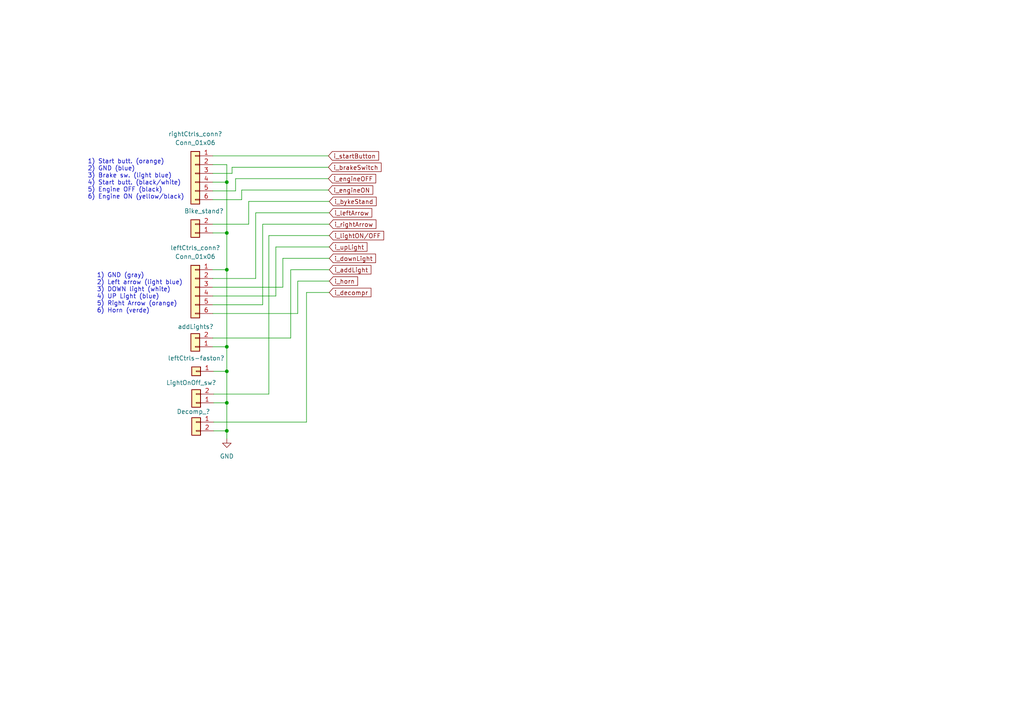
<source format=kicad_sch>
(kicad_sch (version 20211123) (generator eeschema)
  (paper "A4")
  (lib_symbols
    (symbol "Connector_Generic:Conn_01x01" (pin_names (offset 1.016) hide)
      (property "Reference" "J" (at 0 2.54 0))
      (property "Value" "Conn_01x01" (at 0 -2.54 0))
      (symbol "Conn_01x01_1_1"
        (rectangle (start -1.27 0.127) (end 0 -0.127) (stroke (width 0.1524)))
        (rectangle (start -1.27 1.27) (end 1.27 -1.27) (stroke (width 0.254)) (fill (type background)))
        (pin passive line (at -5.08 0 0) (length 3.81) (name "Pin_1") (number "1"))
      )
    )
    (symbol "Connector_Generic:Conn_01x02" (pin_names (offset 1.016) hide)
      (property "Reference" "J" (at 0 2.54 0))
      (property "Value" "Conn_01x02" (at 0 -5.08 0))
      (symbol "Conn_01x02_1_1"
        (rectangle (start -1.27 -2.413) (end 0 -2.667) (stroke (width 0.1524)))
        (rectangle (start -1.27 0.127) (end 0 -0.127) (stroke (width 0.1524)))
        (rectangle (start -1.27 1.27) (end 1.27 -3.81) (stroke (width 0.254)) (fill (type background)))
        (pin passive line (at -5.08 0 0) (length 3.81) (name "Pin_1") (number "1"))
        (pin passive line (at -5.08 -2.54 0) (length 3.81) (name "Pin_2") (number "2"))
      )
    )
    (symbol "Connector_Generic:Conn_01x06" (pin_names (offset 1.016) hide)
      (property "Reference" "J" (at 0 7.62 0))
      (property "Value" "Conn_01x06" (at 0 -10.16 0))
      (symbol "Conn_01x06_1_1"
        (rectangle (start -1.27 -7.493) (end 0 -7.747) (stroke (width 0.1524)))
        (rectangle (start -1.27 -4.953) (end 0 -5.207) (stroke (width 0.1524)))
        (rectangle (start -1.27 -2.413) (end 0 -2.667) (stroke (width 0.1524)))
        (rectangle (start -1.27 0.127) (end 0 -0.127) (stroke (width 0.1524)))
        (rectangle (start -1.27 2.667) (end 0 2.413) (stroke (width 0.1524)))
        (rectangle (start -1.27 5.207) (end 0 4.953) (stroke (width 0.1524)))
        (rectangle (start -1.27 6.35) (end 1.27 -8.89) (stroke (width 0.254)) (fill (type background)))
        (pin passive line (at -5.08 5.08 0) (length 3.81) (name "Pin_1") (number "1"))
        (pin passive line (at -5.08 2.54 0) (length 3.81) (name "Pin_2") (number "2"))
        (pin passive line (at -5.08 0 0) (length 3.81) (name "Pin_3") (number "3"))
        (pin passive line (at -5.08 -2.54 0) (length 3.81) (name "Pin_4") (number "4"))
        (pin passive line (at -5.08 -5.08 0) (length 3.81) (name "Pin_5") (number "5"))
        (pin passive line (at -5.08 -7.62 0) (length 3.81) (name "Pin_6") (number "6"))
      )
    )
    (symbol "power:GND" (power) (pin_names (offset 0))
      (property "Value" "GND" (at 0 -3.81 0))
      (symbol "GND_0_1"
        (polyline (pts (xy 0 0) (xy 0 -1.27) (xy 1.27 -1.27) (xy 0 -2.54) (xy -1.27 -1.27) (xy 0 -1.27)))
      )
      (symbol "GND_1_1"
        (pin power_in line (at 0 0 270) (length 0) hide (name "GND") (number "1"))
      )
    )
  )
  (junction (at 65.786 116.84))
  (junction (at 65.786 52.832))
  (junction (at 65.786 100.584))
  (junction (at 65.786 124.968))
  (junction (at 65.786 107.696))
  (junction (at 65.786 78.232))
  (junction (at 65.786 67.564))
  (wire (pts (xy 68.326 51.816) (xy 95.25 51.816)))
  (wire (pts (xy 65.786 47.752) (xy 65.786 52.832)))
  (wire (pts (xy 84.328 78.232) (xy 95.504 78.232)))
  (wire (pts (xy 88.9 84.836) (xy 95.504 84.836)))
  (wire (pts (xy 65.786 116.84) (xy 65.786 124.968)))
  (wire (pts (xy 74.168 61.722) (xy 95.504 61.722)))
  (wire (pts (xy 65.786 116.84) (xy 65.786 107.696)))
  (wire (pts (xy 61.722 78.232) (xy 65.786 78.232)))
  (wire (pts (xy 65.786 107.696) (xy 65.786 100.584)))
  (wire (pts (xy 61.722 52.832) (xy 65.786 52.832)))
  (wire (pts (xy 70.104 55.118) (xy 95.25 55.118)))
  (wire (pts (xy 86.36 81.534) (xy 95.504 81.534)))
  (wire (pts (xy 61.722 85.852) (xy 80.01 85.852)))
  (wire (pts (xy 77.978 68.326) (xy 77.978 114.3)))
  (wire (pts (xy 61.976 122.428) (xy 88.9 122.428)))
  (wire (pts (xy 61.722 55.372) (xy 68.326 55.372)))
  (wire (pts (xy 61.722 88.392) (xy 76.2 88.392)))
  (wire (pts (xy 77.978 68.326) (xy 95.504 68.326)))
  (wire (pts (xy 61.976 114.3) (xy 77.978 114.3)))
  (wire (pts (xy 65.786 78.232) (xy 65.786 100.584)))
  (wire (pts (xy 72.136 58.42) (xy 95.504 58.42)))
  (wire (pts (xy 61.976 107.696) (xy 65.786 107.696)))
  (wire (pts (xy 61.976 116.84) (xy 65.786 116.84)))
  (wire (pts (xy 65.786 67.564) (xy 65.786 78.232)))
  (wire (pts (xy 61.722 47.752) (xy 65.786 47.752)))
  (wire (pts (xy 65.786 67.564) (xy 61.722 67.564)))
  (wire (pts (xy 82.042 83.312) (xy 82.042 74.93)))
  (wire (pts (xy 61.722 80.772) (xy 74.168 80.772)))
  (wire (pts (xy 61.722 98.044) (xy 84.328 98.044)))
  (wire (pts (xy 88.9 122.428) (xy 88.9 84.836)))
  (wire (pts (xy 84.328 98.044) (xy 84.328 78.232)))
  (wire (pts (xy 76.2 65.024) (xy 95.504 65.024)))
  (wire (pts (xy 82.042 74.93) (xy 95.504 74.93)))
  (wire (pts (xy 61.722 65.024) (xy 72.136 65.024)))
  (wire (pts (xy 61.722 45.212) (xy 95.25 45.212)))
  (wire (pts (xy 70.104 55.118) (xy 70.104 57.912)))
  (wire (pts (xy 65.786 52.832) (xy 65.786 67.564)))
  (wire (pts (xy 67.31 50.292) (xy 61.722 50.292)))
  (wire (pts (xy 61.976 124.968) (xy 65.786 124.968)))
  (wire (pts (xy 68.326 55.372) (xy 68.326 51.816)))
  (wire (pts (xy 67.31 48.514) (xy 67.31 50.292)))
  (wire (pts (xy 80.01 71.628) (xy 95.504 71.628)))
  (wire (pts (xy 61.722 83.312) (xy 82.042 83.312)))
  (wire (pts (xy 67.31 48.514) (xy 95.25 48.514)))
  (wire (pts (xy 76.2 88.392) (xy 76.2 65.024)))
  (wire (pts (xy 65.786 124.968) (xy 65.786 127.254)))
  (wire (pts (xy 70.104 57.912) (xy 61.722 57.912)))
  (wire (pts (xy 74.168 80.772) (xy 74.168 61.722)))
  (wire (pts (xy 80.01 85.852) (xy 80.01 71.628)))
  (wire (pts (xy 61.722 100.584) (xy 65.786 100.584)))
  (wire (pts (xy 86.36 90.932) (xy 86.36 81.534)))
  (wire (pts (xy 61.722 90.932) (xy 86.36 90.932)))
  (wire (pts (xy 72.136 65.024) (xy 72.136 58.42)))
  (text "1) Start butt. (orange)\n2) GND (blue)\n3) Brake sw. (light blue)\n4) Start butt. (black/white)\n5) Engine OFF (black)\n6) Engine ON (yellow/black)" (at 25.4 57.912 0) (effects (font (size 1.27 1.27)) (justify left bottom)))
  (text "1) GND (gray)\n2) Left arrow (light blue)\n3) DOWN light (white)\n4) UP Light (blue)\n5) Right Arrow (orange)\n6) Horn (verde)" (at 28.067 90.932 0) (effects (font (size 1.27 1.27)) (justify left bottom)))
  (global_label "i_engineOFF" (shape input) (at 95.25 51.816 0) (property "Riferimenti inter-foglio" "${INTERSHEET_REFS}" (effects hide)))
  (global_label "i_brakeSwitch" (shape input) (at 95.25 48.514 0) (property "Riferimenti inter-foglio" "${INTERSHEET_REFS}" (effects hide)))
  (global_label "i_upLight" (shape input) (at 95.504 71.628 0) (property "Riferimenti inter-foglio" "${INTERSHEET_REFS}" (effects hide)))
  (global_label "i_addLight" (shape input) (at 95.504 78.232 0) (property "Riferimenti inter-foglio" "${INTERSHEET_REFS}" (effects hide)))
  (global_label "i_startButton" (shape input) (at 95.25 45.212 0) (property "Riferimenti inter-foglio" "${INTERSHEET_REFS}" (effects hide)))
  (global_label "i_downLight" (shape input) (at 95.504 74.93 0) (property "Riferimenti inter-foglio" "${INTERSHEET_REFS}" (effects hide)))
  (global_label "i_engineON" (shape input) (at 95.25 55.118 0) (property "Riferimenti inter-foglio" "${INTERSHEET_REFS}" (effects hide)))
  (global_label "i_leftArrow" (shape input) (at 95.504 61.722 0) (property "Riferimenti inter-foglio" "${INTERSHEET_REFS}" (effects hide)))
  (global_label "i_rightArrow" (shape input) (at 95.504 65.024 0) (property "Riferimenti inter-foglio" "${INTERSHEET_REFS}" (effects hide)))
  (global_label "i_bykeStand" (shape input) (at 95.504 58.42 0) (property "Riferimenti inter-foglio" "${INTERSHEET_REFS}" (effects hide)))
  (global_label "i_horn" (shape input) (at 95.504 81.534 0) (property "Riferimenti inter-foglio" "${INTERSHEET_REFS}" (effects hide)))
  (global_label "i_decompr" (shape input) (at 95.504 84.836 0) (property "Riferimenti inter-foglio" "${INTERSHEET_REFS}" (effects hide)))
  (global_label "i_lightON{slash}OFF" (shape input) (at 95.504 68.326 0) (property "Riferimenti inter-foglio" "${INTERSHEET_REFS}" (effects hide)))
  (symbol (lib_id "Connector_Generic:Conn_01x02") (at 56.642 67.564 180) (unit 1)
    (property "Reference" "Bike_stand?" (at 64.897 61.214 0) (effects (justify left)))
    (property "Value" "Conn_01x02" (effects hide))
    (property "Footprint" "Connector_PinSocket_2.54mm:PinSocket_1x02_P2.54mm_Vertical" (effects hide))
  )
  (symbol (lib_id "Connector_Generic:Conn_01x02") (at 56.896 116.84 180) (unit 1)
    (property "Reference" "LightOnOff_sw?" (at 62.738 110.998 0) (effects (justify left)))
    (property "Value" "Conn_01x02" (effects hide))
    (property "Footprint" "Connector_PinSocket_2.54mm:PinSocket_1x02_P2.54mm_Vertical" (effects hide))
  )
  (symbol (lib_id "power:GND") (at 65.786 127.254 0) (unit 1)
    (property "Reference" "#PWR?" (effects hide))
    (property "Value" "GND" (at 65.786 132.334 0))
  )
  (symbol (lib_id "Connector_Generic:Conn_01x06") (at 56.642 83.312 0) (mirror y) (unit 1)
    (property "Reference" "leftCtrls_conn?" (at 56.642 71.882 0))
    (property "Value" "Conn_01x06" (at 56.642 74.422 0))
    (property "Footprint" "Connector_PinHeader_2.54mm:PinHeader_1x06_P2.54mm_Vertical" (effects hide))
  )
  (symbol (lib_id "Connector_Generic:Conn_01x02") (at 56.642 100.584 180) (unit 1)
    (property "Reference" "addLights?" (at 61.976 94.742 0) (effects (justify left)))
    (property "Value" "Conn_01x02" (effects hide))
    (property "Footprint" "Connector_PinSocket_2.54mm:PinSocket_1x02_P2.54mm_Vertical" (effects hide))
  )
  (symbol (lib_id "Connector_Generic:Conn_01x02") (at 56.896 122.428 0) (mirror y) (unit 1)
    (property "Reference" "Decomp_?" (at 60.96 119.38 0) (effects (justify left)))
    (property "Value" "Conn_01x02" (effects hide))
    (property "Footprint" "Connector_PinSocket_2.54mm:PinSocket_1x02_P2.54mm_Vertical" (effects hide))
  )
  (symbol (lib_id "Connector_Generic:Conn_01x01") (at 56.896 107.696 180) (unit 1)
    (property "Reference" "leftCtrls-faston?" (at 56.896 103.886 0))
    (property "Value" "Conn_01x01" (effects hide))
    (property "Footprint" "Connector_Wire:SolderWire-0.75sqmm_1x01_D1.25mm_OD2.3mm" (effects hide))
  )
  (symbol (lib_id "Connector_Generic:Conn_01x06") (at 56.642 50.292 0) (mirror y) (unit 1)
    (property "Reference" "rightCtrls_conn?" (at 56.642 38.862 0))
    (property "Value" "Conn_01x06" (at 56.642 41.402 0))
    (property "Footprint" "Connector_PinHeader_2.54mm:PinHeader_1x06_P2.54mm_Vertical" (effects hide))
  )
)
</source>
